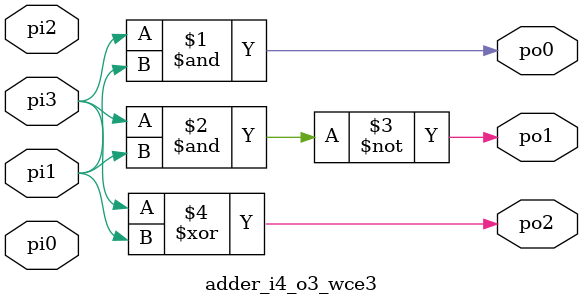
<source format=v>
/* Generated by Yosys 0.9 (git sha1 1979e0b) */

module adder_i4_o3_wce3 (pi0, pi1, pi2, pi3, po0, po1, po2);
  input pi0;
  input pi1;
  input pi2;
  input pi3;
  output po0;
  output po1;
  output po2;
  assign po0 = pi3 & pi1;
  assign po1 = ~(pi3 & pi1);
  assign po2 = pi3 ^ pi1;
endmodule

</source>
